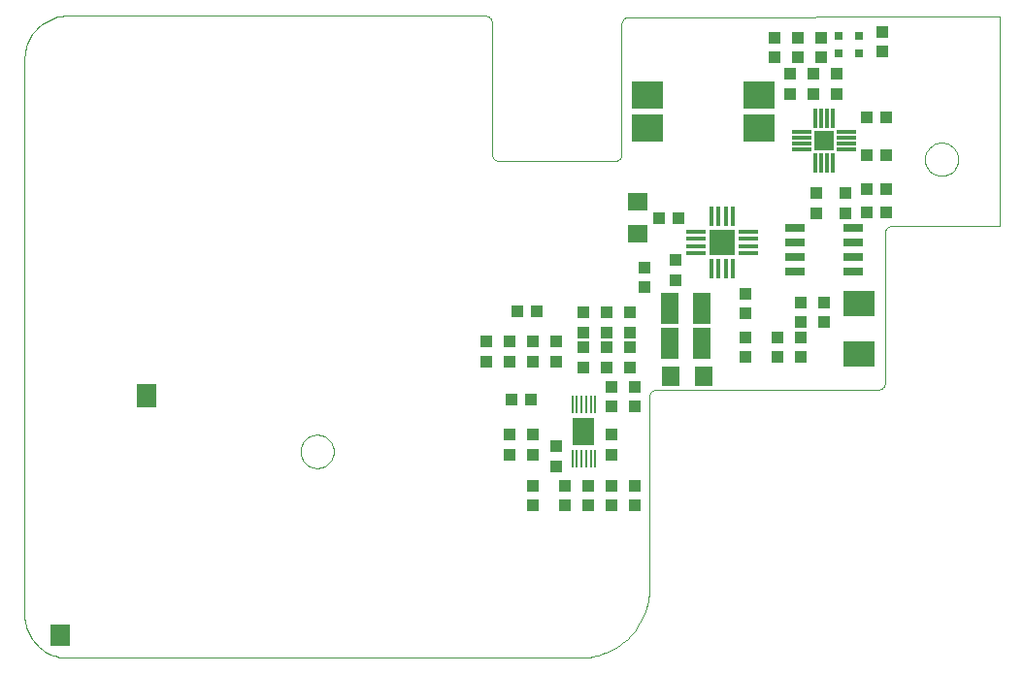
<source format=gtp>
G75*
G70*
%OFA0B0*%
%FSLAX24Y24*%
%IPPOS*%
%LPD*%
%AMOC8*
5,1,8,0,0,1.08239X$1,22.5*
%
%ADD10C,0.0000*%
%ADD11R,0.0394X0.0433*%
%ADD12R,0.0433X0.0394*%
%ADD13R,0.0709X0.0630*%
%ADD14R,0.0315X0.0315*%
%ADD15R,0.1080X0.0850*%
%ADD16R,0.0701X0.0283*%
%ADD17R,0.0100X0.0620*%
%ADD18R,0.0770X0.0960*%
%ADD19R,0.0700X0.0120*%
%ADD20R,0.0120X0.0700*%
%ADD21R,0.0670X0.0670*%
%ADD22R,0.0700X0.0150*%
%ADD23R,0.0150X0.0700*%
%ADD24R,0.0850X0.0850*%
%ADD25R,0.0630X0.1063*%
%ADD26R,0.0630X0.0710*%
%ADD27R,0.1102X0.0965*%
%ADD28R,0.0680X0.0770*%
%ADD29R,0.0670X0.0790*%
D10*
X006865Y002944D02*
X006873Y022025D01*
X006875Y022101D01*
X006881Y022176D01*
X006890Y022252D01*
X006904Y022326D01*
X006921Y022400D01*
X006942Y022473D01*
X006967Y022545D01*
X006995Y022616D01*
X007026Y022685D01*
X007062Y022752D01*
X007100Y022818D01*
X007142Y022881D01*
X007187Y022942D01*
X007235Y023001D01*
X007286Y023058D01*
X007340Y023111D01*
X007396Y023162D01*
X007455Y023210D01*
X007516Y023255D01*
X007580Y023297D01*
X007645Y023336D01*
X007712Y023371D01*
X007782Y023402D01*
X007852Y023431D01*
X007924Y023455D01*
X007997Y023476D01*
X008071Y023493D01*
X008146Y023507D01*
X008221Y023516D01*
X008297Y023522D01*
X008373Y023524D01*
X022674Y023524D01*
X022704Y023522D01*
X022734Y023517D01*
X022763Y023508D01*
X022790Y023495D01*
X022816Y023480D01*
X022840Y023461D01*
X022861Y023440D01*
X022880Y023416D01*
X022895Y023390D01*
X022908Y023363D01*
X022917Y023334D01*
X022922Y023304D01*
X022924Y023274D01*
X022924Y018774D01*
X022926Y018744D01*
X022931Y018714D01*
X022940Y018685D01*
X022953Y018658D01*
X022968Y018632D01*
X022987Y018608D01*
X023008Y018587D01*
X023032Y018568D01*
X023058Y018553D01*
X023085Y018540D01*
X023114Y018531D01*
X023144Y018526D01*
X023174Y018524D01*
X027124Y018524D01*
X027154Y018526D01*
X027184Y018531D01*
X027213Y018540D01*
X027240Y018553D01*
X027266Y018568D01*
X027290Y018587D01*
X027311Y018608D01*
X027330Y018632D01*
X027345Y018658D01*
X027358Y018685D01*
X027367Y018714D01*
X027372Y018744D01*
X027374Y018774D01*
X027374Y023225D01*
X027376Y023255D01*
X027381Y023285D01*
X027390Y023314D01*
X027403Y023341D01*
X027418Y023367D01*
X027437Y023391D01*
X027458Y023412D01*
X027482Y023431D01*
X027508Y023446D01*
X027535Y023459D01*
X027564Y023468D01*
X027594Y023473D01*
X027624Y023475D01*
X040364Y023484D01*
X040364Y016304D01*
X036674Y016304D01*
X036644Y016302D01*
X036614Y016297D01*
X036585Y016288D01*
X036558Y016275D01*
X036532Y016260D01*
X036508Y016241D01*
X036487Y016220D01*
X036468Y016196D01*
X036453Y016170D01*
X036440Y016143D01*
X036431Y016114D01*
X036426Y016084D01*
X036424Y016054D01*
X036424Y010914D01*
X036422Y010884D01*
X036417Y010854D01*
X036408Y010825D01*
X036395Y010798D01*
X036380Y010772D01*
X036361Y010748D01*
X036340Y010727D01*
X036316Y010708D01*
X036290Y010693D01*
X036263Y010680D01*
X036234Y010671D01*
X036204Y010666D01*
X036174Y010664D01*
X028574Y010664D01*
X028544Y010662D01*
X028514Y010657D01*
X028485Y010648D01*
X028458Y010635D01*
X028432Y010620D01*
X028408Y010601D01*
X028387Y010580D01*
X028368Y010556D01*
X028353Y010530D01*
X028340Y010503D01*
X028331Y010474D01*
X028326Y010444D01*
X028324Y010414D01*
X028324Y003844D01*
X028321Y003730D01*
X028313Y003616D01*
X028300Y003502D01*
X028281Y003390D01*
X028256Y003278D01*
X028227Y003168D01*
X028192Y003059D01*
X028152Y002952D01*
X028107Y002847D01*
X028057Y002744D01*
X028002Y002644D01*
X027943Y002546D01*
X027879Y002452D01*
X027811Y002360D01*
X027738Y002272D01*
X027661Y002188D01*
X027580Y002107D01*
X027496Y002030D01*
X027408Y001957D01*
X027316Y001889D01*
X027222Y001825D01*
X027124Y001766D01*
X027024Y001711D01*
X026921Y001661D01*
X026816Y001616D01*
X026709Y001576D01*
X026600Y001541D01*
X026490Y001512D01*
X026378Y001487D01*
X026266Y001468D01*
X026152Y001455D01*
X026038Y001447D01*
X025924Y001444D01*
X008365Y001444D01*
X008289Y001446D01*
X008213Y001452D01*
X008138Y001461D01*
X008063Y001475D01*
X007989Y001492D01*
X007916Y001513D01*
X007844Y001537D01*
X007774Y001566D01*
X007705Y001597D01*
X007637Y001632D01*
X007572Y001671D01*
X007508Y001713D01*
X007447Y001758D01*
X007388Y001806D01*
X007332Y001857D01*
X007278Y001910D01*
X007227Y001967D01*
X007179Y002026D01*
X007134Y002087D01*
X007092Y002150D01*
X007054Y002216D01*
X007018Y002283D01*
X006987Y002352D01*
X006958Y002423D01*
X006934Y002495D01*
X006913Y002568D01*
X006896Y002642D01*
X006882Y002716D01*
X006873Y002792D01*
X006867Y002868D01*
X006865Y002944D01*
X016347Y008543D02*
X016349Y008590D01*
X016355Y008637D01*
X016364Y008683D01*
X016378Y008728D01*
X016395Y008772D01*
X016416Y008815D01*
X016440Y008855D01*
X016467Y008894D01*
X016498Y008930D01*
X016531Y008963D01*
X016567Y008994D01*
X016606Y009021D01*
X016646Y009045D01*
X016689Y009066D01*
X016733Y009083D01*
X016778Y009097D01*
X016824Y009106D01*
X016871Y009112D01*
X016918Y009114D01*
X016965Y009112D01*
X017012Y009106D01*
X017058Y009097D01*
X017103Y009083D01*
X017147Y009066D01*
X017190Y009045D01*
X017230Y009021D01*
X017269Y008994D01*
X017305Y008963D01*
X017338Y008930D01*
X017369Y008894D01*
X017396Y008855D01*
X017420Y008815D01*
X017441Y008772D01*
X017458Y008728D01*
X017472Y008683D01*
X017481Y008637D01*
X017487Y008590D01*
X017489Y008543D01*
X017487Y008496D01*
X017481Y008449D01*
X017472Y008403D01*
X017458Y008358D01*
X017441Y008314D01*
X017420Y008271D01*
X017396Y008231D01*
X017369Y008192D01*
X017338Y008156D01*
X017305Y008123D01*
X017269Y008092D01*
X017230Y008065D01*
X017190Y008041D01*
X017147Y008020D01*
X017103Y008003D01*
X017058Y007989D01*
X017012Y007980D01*
X016965Y007974D01*
X016918Y007972D01*
X016871Y007974D01*
X016824Y007980D01*
X016778Y007989D01*
X016733Y008003D01*
X016689Y008020D01*
X016646Y008041D01*
X016606Y008065D01*
X016567Y008092D01*
X016531Y008123D01*
X016498Y008156D01*
X016467Y008192D01*
X016440Y008231D01*
X016416Y008271D01*
X016395Y008314D01*
X016378Y008358D01*
X016364Y008403D01*
X016355Y008449D01*
X016349Y008496D01*
X016347Y008543D01*
X037792Y018586D02*
X037794Y018633D01*
X037800Y018680D01*
X037809Y018726D01*
X037823Y018771D01*
X037840Y018815D01*
X037861Y018858D01*
X037885Y018898D01*
X037912Y018937D01*
X037943Y018973D01*
X037976Y019006D01*
X038012Y019037D01*
X038051Y019064D01*
X038091Y019088D01*
X038134Y019109D01*
X038178Y019126D01*
X038223Y019140D01*
X038269Y019149D01*
X038316Y019155D01*
X038363Y019157D01*
X038410Y019155D01*
X038457Y019149D01*
X038503Y019140D01*
X038548Y019126D01*
X038592Y019109D01*
X038635Y019088D01*
X038675Y019064D01*
X038714Y019037D01*
X038750Y019006D01*
X038783Y018973D01*
X038814Y018937D01*
X038841Y018898D01*
X038865Y018858D01*
X038886Y018815D01*
X038903Y018771D01*
X038917Y018726D01*
X038926Y018680D01*
X038932Y018633D01*
X038934Y018586D01*
X038932Y018539D01*
X038926Y018492D01*
X038917Y018446D01*
X038903Y018401D01*
X038886Y018357D01*
X038865Y018314D01*
X038841Y018274D01*
X038814Y018235D01*
X038783Y018199D01*
X038750Y018166D01*
X038714Y018135D01*
X038675Y018108D01*
X038635Y018084D01*
X038592Y018063D01*
X038548Y018046D01*
X038503Y018032D01*
X038457Y018023D01*
X038410Y018017D01*
X038363Y018015D01*
X038316Y018017D01*
X038269Y018023D01*
X038223Y018032D01*
X038178Y018046D01*
X038134Y018063D01*
X038091Y018084D01*
X038051Y018108D01*
X038012Y018135D01*
X037976Y018166D01*
X037943Y018199D01*
X037912Y018235D01*
X037885Y018274D01*
X037861Y018314D01*
X037840Y018357D01*
X037823Y018401D01*
X037809Y018446D01*
X037800Y018492D01*
X037794Y018539D01*
X037792Y018586D01*
D11*
X035074Y017409D03*
X035074Y016740D03*
X034074Y016740D03*
X034074Y017409D03*
X029224Y015109D03*
X028174Y014859D03*
X029224Y014440D03*
X028174Y014190D03*
X027674Y013309D03*
X026874Y013309D03*
X026074Y013309D03*
X026074Y012640D03*
X026074Y012109D03*
X026074Y011440D03*
X026874Y011440D03*
X026874Y012109D03*
X026874Y012640D03*
X027674Y012640D03*
X027674Y012109D03*
X027674Y011440D03*
X027824Y010759D03*
X027024Y010759D03*
X027024Y010090D03*
X027824Y010090D03*
X027024Y009109D03*
X027024Y008440D03*
X027024Y007359D03*
X027824Y007359D03*
X027824Y006690D03*
X027024Y006690D03*
X026224Y006690D03*
X025424Y006690D03*
X025424Y007359D03*
X025124Y008040D03*
X024324Y008440D03*
X023524Y008440D03*
X023524Y009109D03*
X024324Y009109D03*
X025124Y008709D03*
X024324Y007359D03*
X024324Y006690D03*
X026224Y007359D03*
X025124Y011640D03*
X025124Y012309D03*
X024324Y012309D03*
X023524Y012309D03*
X023524Y011640D03*
X024324Y011640D03*
X022724Y011640D03*
X022724Y012309D03*
X031624Y012459D03*
X032724Y012459D03*
X033524Y012459D03*
X033524Y012990D03*
X033524Y013659D03*
X034324Y013659D03*
X034324Y012990D03*
X033524Y011790D03*
X032724Y011790D03*
X031624Y011790D03*
X031624Y013290D03*
X031624Y013959D03*
X033174Y020840D03*
X033174Y021509D03*
X033424Y022090D03*
X034224Y022090D03*
X033974Y021509D03*
X033974Y020840D03*
X034774Y020840D03*
X034774Y021509D03*
X036324Y022290D03*
X036324Y022959D03*
X034224Y022759D03*
X033424Y022759D03*
X032624Y022759D03*
X032624Y022090D03*
D12*
X035779Y020024D03*
X036449Y020024D03*
X036449Y018724D03*
X035779Y018724D03*
X035779Y017574D03*
X036449Y017574D03*
X036449Y016774D03*
X035779Y016774D03*
X029334Y016549D03*
X028664Y016549D03*
X024459Y013374D03*
X023789Y013374D03*
X023589Y010324D03*
X024259Y010324D03*
D13*
X027924Y016023D03*
X027924Y017126D03*
D14*
X034824Y022229D03*
X034824Y022820D03*
X035524Y022820D03*
X035524Y022229D03*
D15*
X035524Y013634D03*
X035534Y011894D03*
D16*
X035325Y014724D03*
X035325Y015224D03*
X035325Y015724D03*
X035325Y016224D03*
X033323Y016224D03*
X033323Y015724D03*
X033323Y015224D03*
X033323Y014724D03*
D17*
X026464Y010154D03*
X026314Y010154D03*
X026154Y010154D03*
X025994Y010154D03*
X025834Y010154D03*
X025684Y010154D03*
X025684Y008294D03*
X025834Y008294D03*
X025994Y008294D03*
X026154Y008294D03*
X026314Y008294D03*
X026464Y008294D03*
D18*
X026074Y009224D03*
D19*
X033554Y018924D03*
X033554Y019124D03*
X033554Y019324D03*
X033554Y019524D03*
X035094Y019524D03*
X035094Y019324D03*
X035094Y019124D03*
X035094Y018924D03*
D20*
X034624Y018454D03*
X034424Y018454D03*
X034224Y018454D03*
X034024Y018454D03*
X034024Y019994D03*
X034224Y019994D03*
X034424Y019994D03*
X034624Y019994D03*
D21*
X034324Y019224D03*
D22*
X031734Y016104D03*
X031734Y015854D03*
X031734Y015594D03*
X031734Y015344D03*
X029914Y015344D03*
X029914Y015594D03*
X029914Y015854D03*
X029914Y016104D03*
D23*
X030444Y016634D03*
X030694Y016634D03*
X030954Y016634D03*
X031204Y016634D03*
X031204Y014814D03*
X030954Y014814D03*
X030694Y014814D03*
X030444Y014814D03*
D24*
X030824Y015724D03*
D25*
X030125Y013474D03*
X029023Y013474D03*
X029023Y012274D03*
X030125Y012274D03*
D26*
X030184Y011124D03*
X029064Y011124D03*
D27*
X028245Y019644D03*
X028245Y020805D03*
X032103Y020805D03*
X032103Y019644D03*
D28*
X008094Y002209D03*
D29*
X011049Y010469D03*
M02*

</source>
